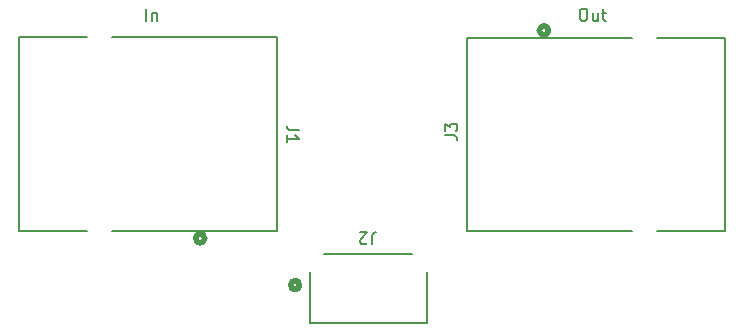
<source format=gbr>
%TF.GenerationSoftware,KiCad,Pcbnew,9.0.0*%
%TF.CreationDate,2026-02-17T21:05:17-05:00*%
%TF.ProjectId,Proprietary_RJ45,50726f70-7269-4657-9461-72795f524a34,rev?*%
%TF.SameCoordinates,Original*%
%TF.FileFunction,Legend,Top*%
%TF.FilePolarity,Positive*%
%FSLAX46Y46*%
G04 Gerber Fmt 4.6, Leading zero omitted, Abs format (unit mm)*
G04 Created by KiCad (PCBNEW 9.0.0) date 2026-02-17 21:05:17*
%MOMM*%
%LPD*%
G01*
G04 APERTURE LIST*
%ADD10C,0.200000*%
%ADD11C,0.150000*%
%ADD12C,0.152400*%
%ADD13C,0.508000*%
G04 APERTURE END LIST*
D10*
X108369673Y-79117219D02*
X108369673Y-78117219D01*
X108845863Y-78450552D02*
X108845863Y-79117219D01*
X108845863Y-78545790D02*
X108893482Y-78498171D01*
X108893482Y-78498171D02*
X108988720Y-78450552D01*
X108988720Y-78450552D02*
X109131577Y-78450552D01*
X109131577Y-78450552D02*
X109226815Y-78498171D01*
X109226815Y-78498171D02*
X109274434Y-78593409D01*
X109274434Y-78593409D02*
X109274434Y-79117219D01*
X145310149Y-78117219D02*
X145500625Y-78117219D01*
X145500625Y-78117219D02*
X145595863Y-78164838D01*
X145595863Y-78164838D02*
X145691101Y-78260076D01*
X145691101Y-78260076D02*
X145738720Y-78450552D01*
X145738720Y-78450552D02*
X145738720Y-78783885D01*
X145738720Y-78783885D02*
X145691101Y-78974361D01*
X145691101Y-78974361D02*
X145595863Y-79069600D01*
X145595863Y-79069600D02*
X145500625Y-79117219D01*
X145500625Y-79117219D02*
X145310149Y-79117219D01*
X145310149Y-79117219D02*
X145214911Y-79069600D01*
X145214911Y-79069600D02*
X145119673Y-78974361D01*
X145119673Y-78974361D02*
X145072054Y-78783885D01*
X145072054Y-78783885D02*
X145072054Y-78450552D01*
X145072054Y-78450552D02*
X145119673Y-78260076D01*
X145119673Y-78260076D02*
X145214911Y-78164838D01*
X145214911Y-78164838D02*
X145310149Y-78117219D01*
X146595863Y-78450552D02*
X146595863Y-79117219D01*
X146167292Y-78450552D02*
X146167292Y-78974361D01*
X146167292Y-78974361D02*
X146214911Y-79069600D01*
X146214911Y-79069600D02*
X146310149Y-79117219D01*
X146310149Y-79117219D02*
X146453006Y-79117219D01*
X146453006Y-79117219D02*
X146548244Y-79069600D01*
X146548244Y-79069600D02*
X146595863Y-79021980D01*
X146929197Y-78450552D02*
X147310149Y-78450552D01*
X147072054Y-78117219D02*
X147072054Y-78974361D01*
X147072054Y-78974361D02*
X147119673Y-79069600D01*
X147119673Y-79069600D02*
X147214911Y-79117219D01*
X147214911Y-79117219D02*
X147310149Y-79117219D01*
D11*
X127493734Y-98045180D02*
X127493734Y-97330895D01*
X127493734Y-97330895D02*
X127541353Y-97188038D01*
X127541353Y-97188038D02*
X127636591Y-97092800D01*
X127636591Y-97092800D02*
X127779448Y-97045180D01*
X127779448Y-97045180D02*
X127874686Y-97045180D01*
X127065162Y-97949942D02*
X127017543Y-97997561D01*
X127017543Y-97997561D02*
X126922305Y-98045180D01*
X126922305Y-98045180D02*
X126684210Y-98045180D01*
X126684210Y-98045180D02*
X126588972Y-97997561D01*
X126588972Y-97997561D02*
X126541353Y-97949942D01*
X126541353Y-97949942D02*
X126493734Y-97854704D01*
X126493734Y-97854704D02*
X126493734Y-97759466D01*
X126493734Y-97759466D02*
X126541353Y-97616609D01*
X126541353Y-97616609D02*
X127112781Y-97045180D01*
X127112781Y-97045180D02*
X126493734Y-97045180D01*
X121295180Y-88394716D02*
X120580895Y-88394716D01*
X120580895Y-88394716D02*
X120438038Y-88347097D01*
X120438038Y-88347097D02*
X120342800Y-88251859D01*
X120342800Y-88251859D02*
X120295180Y-88109002D01*
X120295180Y-88109002D02*
X120295180Y-88013764D01*
X120295180Y-89394716D02*
X120295180Y-88823288D01*
X120295180Y-89109002D02*
X121295180Y-89109002D01*
X121295180Y-89109002D02*
X121152323Y-89013764D01*
X121152323Y-89013764D02*
X121057085Y-88918526D01*
X121057085Y-88918526D02*
X121009466Y-88823288D01*
X133704819Y-88833333D02*
X134419104Y-88833333D01*
X134419104Y-88833333D02*
X134561961Y-88880952D01*
X134561961Y-88880952D02*
X134657200Y-88976190D01*
X134657200Y-88976190D02*
X134704819Y-89119047D01*
X134704819Y-89119047D02*
X134704819Y-89214285D01*
X133704819Y-88452380D02*
X133704819Y-87833333D01*
X133704819Y-87833333D02*
X134085771Y-88166666D01*
X134085771Y-88166666D02*
X134085771Y-88023809D01*
X134085771Y-88023809D02*
X134133390Y-87928571D01*
X134133390Y-87928571D02*
X134181009Y-87880952D01*
X134181009Y-87880952D02*
X134276247Y-87833333D01*
X134276247Y-87833333D02*
X134514342Y-87833333D01*
X134514342Y-87833333D02*
X134609580Y-87880952D01*
X134609580Y-87880952D02*
X134657200Y-87928571D01*
X134657200Y-87928571D02*
X134704819Y-88023809D01*
X134704819Y-88023809D02*
X134704819Y-88309523D01*
X134704819Y-88309523D02*
X134657200Y-88404761D01*
X134657200Y-88404761D02*
X134609580Y-88452380D01*
D12*
%TO.C,J2*%
X122207401Y-100434008D02*
X122207401Y-104737200D01*
X122207401Y-104737200D02*
X132113401Y-104737200D01*
X130892329Y-98920600D02*
X123428472Y-98920600D01*
X132113401Y-104737200D02*
X132113401Y-100434008D01*
D13*
X121365002Y-101510201D02*
G75*
G02*
X120603002Y-101510201I-381000J0D01*
G01*
X120603002Y-101510201D02*
G75*
G02*
X121365002Y-101510201I381000J0D01*
G01*
D12*
%TO.C,J1*%
X97578000Y-80536550D02*
X97578000Y-96919550D01*
X97578000Y-96919550D02*
X103385504Y-96919550D01*
X103385504Y-80536550D02*
X97578000Y-80536550D01*
X105484495Y-96919550D02*
X119422000Y-96919550D01*
X119422000Y-80536550D02*
X105484495Y-80536550D01*
X119422000Y-96919550D02*
X119422000Y-80536550D01*
D13*
X113326000Y-97554550D02*
G75*
G02*
X112564000Y-97554550I-381000J0D01*
G01*
X112564000Y-97554550D02*
G75*
G02*
X113326000Y-97554550I381000J0D01*
G01*
D12*
%TO.C,J3*%
X135578000Y-80580450D02*
X135578000Y-96963450D01*
X135578000Y-96963450D02*
X149515505Y-96963450D01*
X149515505Y-80580450D02*
X135578000Y-80580450D01*
X151614496Y-96963450D02*
X157422000Y-96963450D01*
X157422000Y-80580450D02*
X151614496Y-80580450D01*
X157422000Y-96963450D02*
X157422000Y-80580450D01*
D13*
X142436000Y-79945450D02*
G75*
G02*
X141674000Y-79945450I-381000J0D01*
G01*
X141674000Y-79945450D02*
G75*
G02*
X142436000Y-79945450I381000J0D01*
G01*
%TD*%
M02*

</source>
